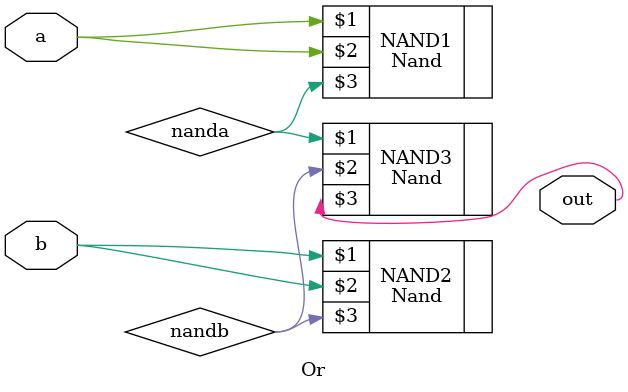
<source format=v>
 /**
 * Or gate:
 * out = 1 if (a == 1 or b == 1)
 *       0 otherwise
 */

`default_nettype none
module Or(
    input a,
    input b,
    output out
);

    // Put your code here:
    wire nanda;
    wire nandb;

    Nand NAND1(a, a, nanda);
    Nand NAND2(b, b, nandb);
    Nand NAND3(nanda, nandb, out);
endmodule

</source>
